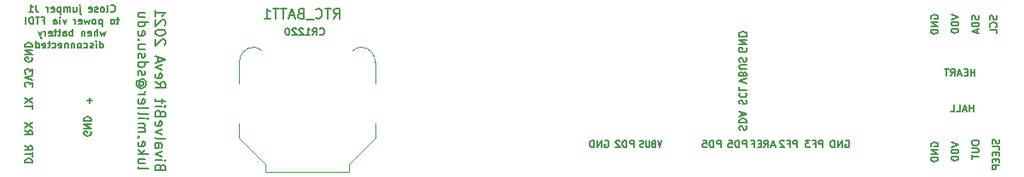
<source format=gbr>
%TF.GenerationSoftware,KiCad,Pcbnew,(5.1.10)-1*%
%TF.CreationDate,2021-07-01T22:03:52-07:00*%
%TF.ProjectId,BivalveBit_RevA,42697661-6c76-4654-9269-745f52657641,A*%
%TF.SameCoordinates,Original*%
%TF.FileFunction,Legend,Bot*%
%TF.FilePolarity,Positive*%
%FSLAX46Y46*%
G04 Gerber Fmt 4.6, Leading zero omitted, Abs format (unit mm)*
G04 Created by KiCad (PCBNEW (5.1.10)-1) date 2021-07-01 22:03:52*
%MOMM*%
%LPD*%
G01*
G04 APERTURE LIST*
%ADD10C,0.127000*%
%ADD11C,0.203200*%
%ADD12C,0.120000*%
%ADD13C,0.150000*%
G04 APERTURE END LIST*
D10*
X174972133Y-133451600D02*
X174938266Y-133350000D01*
X174938266Y-133180666D01*
X174972133Y-133112933D01*
X175006000Y-133079066D01*
X175073733Y-133045200D01*
X175141466Y-133045200D01*
X175209200Y-133079066D01*
X175243066Y-133112933D01*
X175276933Y-133180666D01*
X175310800Y-133316133D01*
X175344666Y-133383866D01*
X175378533Y-133417733D01*
X175446266Y-133451600D01*
X175514000Y-133451600D01*
X175581733Y-133417733D01*
X175615600Y-133383866D01*
X175649466Y-133316133D01*
X175649466Y-133146800D01*
X175615600Y-133045200D01*
X174938266Y-132740400D02*
X175649466Y-132740400D01*
X175649466Y-132571066D01*
X175615600Y-132469466D01*
X175547866Y-132401733D01*
X175480133Y-132367866D01*
X175344666Y-132334000D01*
X175243066Y-132334000D01*
X175107600Y-132367866D01*
X175039866Y-132401733D01*
X174972133Y-132469466D01*
X174938266Y-132571066D01*
X174938266Y-132740400D01*
X175141466Y-132063066D02*
X175141466Y-131724400D01*
X174938266Y-132130800D02*
X175649466Y-131893733D01*
X174938266Y-131656666D01*
X174972133Y-130894666D02*
X174938266Y-130793066D01*
X174938266Y-130623733D01*
X174972133Y-130556000D01*
X175006000Y-130522133D01*
X175073733Y-130488266D01*
X175141466Y-130488266D01*
X175209200Y-130522133D01*
X175243066Y-130556000D01*
X175276933Y-130623733D01*
X175310800Y-130759200D01*
X175344666Y-130826933D01*
X175378533Y-130860800D01*
X175446266Y-130894666D01*
X175514000Y-130894666D01*
X175581733Y-130860800D01*
X175615600Y-130826933D01*
X175649466Y-130759200D01*
X175649466Y-130589866D01*
X175615600Y-130488266D01*
X175006000Y-129777066D02*
X174972133Y-129810933D01*
X174938266Y-129912533D01*
X174938266Y-129980266D01*
X174972133Y-130081866D01*
X175039866Y-130149600D01*
X175107600Y-130183466D01*
X175243066Y-130217333D01*
X175344666Y-130217333D01*
X175480133Y-130183466D01*
X175547866Y-130149600D01*
X175615600Y-130081866D01*
X175649466Y-129980266D01*
X175649466Y-129912533D01*
X175615600Y-129810933D01*
X175581733Y-129777066D01*
X174938266Y-129133600D02*
X174938266Y-129472266D01*
X175649466Y-129472266D01*
X175649466Y-128811866D02*
X174938266Y-128574800D01*
X175649466Y-128337733D01*
X175310800Y-127863600D02*
X175276933Y-127762000D01*
X175243066Y-127728133D01*
X175175333Y-127694266D01*
X175073733Y-127694266D01*
X175006000Y-127728133D01*
X174972133Y-127762000D01*
X174938266Y-127829733D01*
X174938266Y-128100666D01*
X175649466Y-128100666D01*
X175649466Y-127863600D01*
X175615600Y-127795866D01*
X175581733Y-127762000D01*
X175514000Y-127728133D01*
X175446266Y-127728133D01*
X175378533Y-127762000D01*
X175344666Y-127795866D01*
X175310800Y-127863600D01*
X175310800Y-128100666D01*
X175649466Y-127389466D02*
X175073733Y-127389466D01*
X175006000Y-127355600D01*
X174972133Y-127321733D01*
X174938266Y-127254000D01*
X174938266Y-127118533D01*
X174972133Y-127050800D01*
X175006000Y-127016933D01*
X175073733Y-126983066D01*
X175649466Y-126983066D01*
X174972133Y-126678266D02*
X174938266Y-126576666D01*
X174938266Y-126407333D01*
X174972133Y-126339600D01*
X175006000Y-126305733D01*
X175073733Y-126271866D01*
X175141466Y-126271866D01*
X175209200Y-126305733D01*
X175243066Y-126339600D01*
X175276933Y-126407333D01*
X175310800Y-126542800D01*
X175344666Y-126610533D01*
X175378533Y-126644400D01*
X175446266Y-126678266D01*
X175514000Y-126678266D01*
X175581733Y-126644400D01*
X175615600Y-126610533D01*
X175649466Y-126542800D01*
X175649466Y-126373466D01*
X175615600Y-126271866D01*
X175641000Y-125294571D02*
X175677285Y-125367142D01*
X175677285Y-125476000D01*
X175641000Y-125584857D01*
X175568428Y-125657428D01*
X175495857Y-125693714D01*
X175350714Y-125730000D01*
X175241857Y-125730000D01*
X175096714Y-125693714D01*
X175024142Y-125657428D01*
X174951571Y-125584857D01*
X174915285Y-125476000D01*
X174915285Y-125403428D01*
X174951571Y-125294571D01*
X174987857Y-125258285D01*
X175241857Y-125258285D01*
X175241857Y-125403428D01*
X174915285Y-124931714D02*
X175677285Y-124931714D01*
X174915285Y-124496285D01*
X175677285Y-124496285D01*
X174915285Y-124133428D02*
X175677285Y-124133428D01*
X175677285Y-123952000D01*
X175641000Y-123843142D01*
X175568428Y-123770571D01*
X175495857Y-123734285D01*
X175350714Y-123698000D01*
X175241857Y-123698000D01*
X175096714Y-123734285D01*
X175024142Y-123770571D01*
X174951571Y-123843142D01*
X174915285Y-123952000D01*
X174915285Y-124133428D01*
X110591600Y-133637866D02*
X110625466Y-133705600D01*
X110625466Y-133807200D01*
X110591600Y-133908800D01*
X110523866Y-133976533D01*
X110456133Y-134010400D01*
X110320666Y-134044266D01*
X110219066Y-134044266D01*
X110083600Y-134010400D01*
X110015866Y-133976533D01*
X109948133Y-133908800D01*
X109914266Y-133807200D01*
X109914266Y-133739466D01*
X109948133Y-133637866D01*
X109982000Y-133604000D01*
X110219066Y-133604000D01*
X110219066Y-133739466D01*
X109914266Y-133299200D02*
X110625466Y-133299200D01*
X109914266Y-132892800D01*
X110625466Y-132892800D01*
X109914266Y-132554133D02*
X110625466Y-132554133D01*
X110625466Y-132384800D01*
X110591600Y-132283200D01*
X110523866Y-132215466D01*
X110456133Y-132181600D01*
X110320666Y-132147733D01*
X110219066Y-132147733D01*
X110083600Y-132181600D01*
X110015866Y-132215466D01*
X109948133Y-132283200D01*
X109914266Y-132384800D01*
X109914266Y-132554133D01*
X110219066Y-130505200D02*
X110760933Y-130505200D01*
X110490000Y-130234266D02*
X110490000Y-130776133D01*
X104072266Y-133468533D02*
X104410933Y-133705600D01*
X104072266Y-133874933D02*
X104783466Y-133874933D01*
X104783466Y-133604000D01*
X104749600Y-133536266D01*
X104715733Y-133502400D01*
X104648000Y-133468533D01*
X104546400Y-133468533D01*
X104478666Y-133502400D01*
X104444800Y-133536266D01*
X104410933Y-133604000D01*
X104410933Y-133874933D01*
X104783466Y-133231466D02*
X104072266Y-132757333D01*
X104783466Y-132757333D02*
X104072266Y-133231466D01*
X104783466Y-131351866D02*
X104783466Y-130945466D01*
X104072266Y-131148666D02*
X104783466Y-131148666D01*
X104783466Y-130776133D02*
X104072266Y-130302000D01*
X104783466Y-130302000D02*
X104072266Y-130776133D01*
X104749600Y-126271866D02*
X104783466Y-126339600D01*
X104783466Y-126441200D01*
X104749600Y-126542800D01*
X104681866Y-126610533D01*
X104614133Y-126644400D01*
X104478666Y-126678266D01*
X104377066Y-126678266D01*
X104241600Y-126644400D01*
X104173866Y-126610533D01*
X104106133Y-126542800D01*
X104072266Y-126441200D01*
X104072266Y-126373466D01*
X104106133Y-126271866D01*
X104140000Y-126238000D01*
X104377066Y-126238000D01*
X104377066Y-126373466D01*
X104072266Y-125933200D02*
X104783466Y-125933200D01*
X104072266Y-125526800D01*
X104783466Y-125526800D01*
X104072266Y-125188133D02*
X104783466Y-125188133D01*
X104783466Y-125018800D01*
X104749600Y-124917200D01*
X104681866Y-124849466D01*
X104614133Y-124815600D01*
X104478666Y-124781733D01*
X104377066Y-124781733D01*
X104241600Y-124815600D01*
X104173866Y-124849466D01*
X104106133Y-124917200D01*
X104072266Y-125018800D01*
X104072266Y-125188133D01*
X104783466Y-129150533D02*
X104783466Y-128710266D01*
X104512533Y-128947333D01*
X104512533Y-128845733D01*
X104478666Y-128778000D01*
X104444800Y-128744133D01*
X104377066Y-128710266D01*
X104207733Y-128710266D01*
X104140000Y-128744133D01*
X104106133Y-128778000D01*
X104072266Y-128845733D01*
X104072266Y-129048933D01*
X104106133Y-129116666D01*
X104140000Y-129150533D01*
X104783466Y-128507066D02*
X104072266Y-128270000D01*
X104783466Y-128032933D01*
X104783466Y-127863600D02*
X104783466Y-127423333D01*
X104512533Y-127660400D01*
X104512533Y-127558800D01*
X104478666Y-127491066D01*
X104444800Y-127457200D01*
X104377066Y-127423333D01*
X104207733Y-127423333D01*
X104140000Y-127457200D01*
X104106133Y-127491066D01*
X104072266Y-127558800D01*
X104072266Y-127762000D01*
X104106133Y-127829733D01*
X104140000Y-127863600D01*
X104072266Y-136702800D02*
X104783466Y-136702800D01*
X104783466Y-136533466D01*
X104749600Y-136431866D01*
X104681866Y-136364133D01*
X104614133Y-136330266D01*
X104478666Y-136296400D01*
X104377066Y-136296400D01*
X104241600Y-136330266D01*
X104173866Y-136364133D01*
X104106133Y-136431866D01*
X104072266Y-136533466D01*
X104072266Y-136702800D01*
X104783466Y-136093200D02*
X104783466Y-135686800D01*
X104072266Y-135890000D02*
X104783466Y-135890000D01*
X104072266Y-135043333D02*
X104410933Y-135280400D01*
X104072266Y-135449733D02*
X104783466Y-135449733D01*
X104783466Y-135178800D01*
X104749600Y-135111066D01*
X104715733Y-135077200D01*
X104648000Y-135043333D01*
X104546400Y-135043333D01*
X104478666Y-135077200D01*
X104444800Y-135111066D01*
X104410933Y-135178800D01*
X104410933Y-135449733D01*
X112572800Y-121653300D02*
X112606666Y-121687166D01*
X112708266Y-121721033D01*
X112776000Y-121721033D01*
X112877600Y-121687166D01*
X112945333Y-121619433D01*
X112979200Y-121551700D01*
X113013066Y-121416233D01*
X113013066Y-121314633D01*
X112979200Y-121179166D01*
X112945333Y-121111433D01*
X112877600Y-121043700D01*
X112776000Y-121009833D01*
X112708266Y-121009833D01*
X112606666Y-121043700D01*
X112572800Y-121077566D01*
X112166400Y-121721033D02*
X112234133Y-121687166D01*
X112268000Y-121619433D01*
X112268000Y-121009833D01*
X111793866Y-121721033D02*
X111861600Y-121687166D01*
X111895466Y-121653300D01*
X111929333Y-121585566D01*
X111929333Y-121382366D01*
X111895466Y-121314633D01*
X111861600Y-121280766D01*
X111793866Y-121246900D01*
X111692266Y-121246900D01*
X111624533Y-121280766D01*
X111590666Y-121314633D01*
X111556800Y-121382366D01*
X111556800Y-121585566D01*
X111590666Y-121653300D01*
X111624533Y-121687166D01*
X111692266Y-121721033D01*
X111793866Y-121721033D01*
X111285866Y-121687166D02*
X111218133Y-121721033D01*
X111082666Y-121721033D01*
X111014933Y-121687166D01*
X110981066Y-121619433D01*
X110981066Y-121585566D01*
X111014933Y-121517833D01*
X111082666Y-121483966D01*
X111184266Y-121483966D01*
X111252000Y-121450100D01*
X111285866Y-121382366D01*
X111285866Y-121348500D01*
X111252000Y-121280766D01*
X111184266Y-121246900D01*
X111082666Y-121246900D01*
X111014933Y-121280766D01*
X110405333Y-121687166D02*
X110473066Y-121721033D01*
X110608533Y-121721033D01*
X110676266Y-121687166D01*
X110710133Y-121619433D01*
X110710133Y-121348500D01*
X110676266Y-121280766D01*
X110608533Y-121246900D01*
X110473066Y-121246900D01*
X110405333Y-121280766D01*
X110371466Y-121348500D01*
X110371466Y-121416233D01*
X110710133Y-121483966D01*
X109524800Y-121246900D02*
X109524800Y-121856500D01*
X109558666Y-121924233D01*
X109626400Y-121958100D01*
X109660266Y-121958100D01*
X109524800Y-121009833D02*
X109558666Y-121043700D01*
X109524800Y-121077566D01*
X109490933Y-121043700D01*
X109524800Y-121009833D01*
X109524800Y-121077566D01*
X108881333Y-121246900D02*
X108881333Y-121721033D01*
X109186133Y-121246900D02*
X109186133Y-121619433D01*
X109152266Y-121687166D01*
X109084533Y-121721033D01*
X108982933Y-121721033D01*
X108915200Y-121687166D01*
X108881333Y-121653300D01*
X108542666Y-121721033D02*
X108542666Y-121246900D01*
X108542666Y-121314633D02*
X108508800Y-121280766D01*
X108441066Y-121246900D01*
X108339466Y-121246900D01*
X108271733Y-121280766D01*
X108237866Y-121348500D01*
X108237866Y-121721033D01*
X108237866Y-121348500D02*
X108204000Y-121280766D01*
X108136266Y-121246900D01*
X108034666Y-121246900D01*
X107966933Y-121280766D01*
X107933066Y-121348500D01*
X107933066Y-121721033D01*
X107594400Y-121246900D02*
X107594400Y-121958100D01*
X107594400Y-121280766D02*
X107526666Y-121246900D01*
X107391200Y-121246900D01*
X107323466Y-121280766D01*
X107289600Y-121314633D01*
X107255733Y-121382366D01*
X107255733Y-121585566D01*
X107289600Y-121653300D01*
X107323466Y-121687166D01*
X107391200Y-121721033D01*
X107526666Y-121721033D01*
X107594400Y-121687166D01*
X106680000Y-121687166D02*
X106747733Y-121721033D01*
X106883200Y-121721033D01*
X106950933Y-121687166D01*
X106984800Y-121619433D01*
X106984800Y-121348500D01*
X106950933Y-121280766D01*
X106883200Y-121246900D01*
X106747733Y-121246900D01*
X106680000Y-121280766D01*
X106646133Y-121348500D01*
X106646133Y-121416233D01*
X106984800Y-121483966D01*
X106341333Y-121721033D02*
X106341333Y-121246900D01*
X106341333Y-121382366D02*
X106307466Y-121314633D01*
X106273600Y-121280766D01*
X106205866Y-121246900D01*
X106138133Y-121246900D01*
X105156000Y-121009833D02*
X105156000Y-121517833D01*
X105189866Y-121619433D01*
X105257600Y-121687166D01*
X105359200Y-121721033D01*
X105426933Y-121721033D01*
X104444800Y-121721033D02*
X104851200Y-121721033D01*
X104648000Y-121721033D02*
X104648000Y-121009833D01*
X104715733Y-121111433D01*
X104783466Y-121179166D01*
X104851200Y-121213033D01*
X113402533Y-122440700D02*
X113131600Y-122440700D01*
X113300933Y-122203633D02*
X113300933Y-122813233D01*
X113267066Y-122880966D01*
X113199333Y-122914833D01*
X113131600Y-122914833D01*
X112792933Y-122914833D02*
X112860666Y-122880966D01*
X112894533Y-122847100D01*
X112928400Y-122779366D01*
X112928400Y-122576166D01*
X112894533Y-122508433D01*
X112860666Y-122474566D01*
X112792933Y-122440700D01*
X112691333Y-122440700D01*
X112623600Y-122474566D01*
X112589733Y-122508433D01*
X112555866Y-122576166D01*
X112555866Y-122779366D01*
X112589733Y-122847100D01*
X112623600Y-122880966D01*
X112691333Y-122914833D01*
X112792933Y-122914833D01*
X111709200Y-122440700D02*
X111709200Y-123151900D01*
X111709200Y-122474566D02*
X111641466Y-122440700D01*
X111506000Y-122440700D01*
X111438266Y-122474566D01*
X111404400Y-122508433D01*
X111370533Y-122576166D01*
X111370533Y-122779366D01*
X111404400Y-122847100D01*
X111438266Y-122880966D01*
X111506000Y-122914833D01*
X111641466Y-122914833D01*
X111709200Y-122880966D01*
X110964133Y-122914833D02*
X111031866Y-122880966D01*
X111065733Y-122847100D01*
X111099600Y-122779366D01*
X111099600Y-122576166D01*
X111065733Y-122508433D01*
X111031866Y-122474566D01*
X110964133Y-122440700D01*
X110862533Y-122440700D01*
X110794800Y-122474566D01*
X110760933Y-122508433D01*
X110727066Y-122576166D01*
X110727066Y-122779366D01*
X110760933Y-122847100D01*
X110794800Y-122880966D01*
X110862533Y-122914833D01*
X110964133Y-122914833D01*
X110490000Y-122440700D02*
X110354533Y-122914833D01*
X110219066Y-122576166D01*
X110083600Y-122914833D01*
X109948133Y-122440700D01*
X109406266Y-122880966D02*
X109474000Y-122914833D01*
X109609466Y-122914833D01*
X109677200Y-122880966D01*
X109711066Y-122813233D01*
X109711066Y-122542300D01*
X109677200Y-122474566D01*
X109609466Y-122440700D01*
X109474000Y-122440700D01*
X109406266Y-122474566D01*
X109372400Y-122542300D01*
X109372400Y-122610033D01*
X109711066Y-122677766D01*
X109067600Y-122914833D02*
X109067600Y-122440700D01*
X109067600Y-122576166D02*
X109033733Y-122508433D01*
X108999866Y-122474566D01*
X108932133Y-122440700D01*
X108864400Y-122440700D01*
X108153200Y-122440700D02*
X107983866Y-122914833D01*
X107814533Y-122440700D01*
X107543600Y-122914833D02*
X107543600Y-122440700D01*
X107543600Y-122203633D02*
X107577466Y-122237500D01*
X107543600Y-122271366D01*
X107509733Y-122237500D01*
X107543600Y-122203633D01*
X107543600Y-122271366D01*
X106900133Y-122914833D02*
X106900133Y-122542300D01*
X106934000Y-122474566D01*
X107001733Y-122440700D01*
X107137200Y-122440700D01*
X107204933Y-122474566D01*
X106900133Y-122880966D02*
X106967866Y-122914833D01*
X107137200Y-122914833D01*
X107204933Y-122880966D01*
X107238800Y-122813233D01*
X107238800Y-122745500D01*
X107204933Y-122677766D01*
X107137200Y-122643900D01*
X106967866Y-122643900D01*
X106900133Y-122610033D01*
X105782533Y-122542300D02*
X106019600Y-122542300D01*
X106019600Y-122914833D02*
X106019600Y-122203633D01*
X105680933Y-122203633D01*
X105511600Y-122203633D02*
X105105200Y-122203633D01*
X105308400Y-122914833D02*
X105308400Y-122203633D01*
X104868133Y-122914833D02*
X104868133Y-122203633D01*
X104698800Y-122203633D01*
X104597200Y-122237500D01*
X104529466Y-122305233D01*
X104495600Y-122372966D01*
X104461733Y-122508433D01*
X104461733Y-122610033D01*
X104495600Y-122745500D01*
X104529466Y-122813233D01*
X104597200Y-122880966D01*
X104698800Y-122914833D01*
X104868133Y-122914833D01*
X104156933Y-122914833D02*
X104156933Y-122203633D01*
X112064800Y-123634500D02*
X111929333Y-124108633D01*
X111793866Y-123769966D01*
X111658400Y-124108633D01*
X111522933Y-123634500D01*
X111252000Y-124108633D02*
X111252000Y-123397433D01*
X110947200Y-124108633D02*
X110947200Y-123736100D01*
X110981066Y-123668366D01*
X111048800Y-123634500D01*
X111150400Y-123634500D01*
X111218133Y-123668366D01*
X111252000Y-123702233D01*
X110337600Y-124074766D02*
X110405333Y-124108633D01*
X110540800Y-124108633D01*
X110608533Y-124074766D01*
X110642400Y-124007033D01*
X110642400Y-123736100D01*
X110608533Y-123668366D01*
X110540800Y-123634500D01*
X110405333Y-123634500D01*
X110337600Y-123668366D01*
X110303733Y-123736100D01*
X110303733Y-123803833D01*
X110642400Y-123871566D01*
X109998933Y-123634500D02*
X109998933Y-124108633D01*
X109998933Y-123702233D02*
X109965066Y-123668366D01*
X109897333Y-123634500D01*
X109795733Y-123634500D01*
X109728000Y-123668366D01*
X109694133Y-123736100D01*
X109694133Y-124108633D01*
X108813600Y-124108633D02*
X108813600Y-123397433D01*
X108813600Y-123668366D02*
X108745866Y-123634500D01*
X108610400Y-123634500D01*
X108542666Y-123668366D01*
X108508800Y-123702233D01*
X108474933Y-123769966D01*
X108474933Y-123973166D01*
X108508800Y-124040900D01*
X108542666Y-124074766D01*
X108610400Y-124108633D01*
X108745866Y-124108633D01*
X108813600Y-124074766D01*
X107865333Y-124108633D02*
X107865333Y-123736100D01*
X107899200Y-123668366D01*
X107966933Y-123634500D01*
X108102400Y-123634500D01*
X108170133Y-123668366D01*
X107865333Y-124074766D02*
X107933066Y-124108633D01*
X108102400Y-124108633D01*
X108170133Y-124074766D01*
X108204000Y-124007033D01*
X108204000Y-123939300D01*
X108170133Y-123871566D01*
X108102400Y-123837700D01*
X107933066Y-123837700D01*
X107865333Y-123803833D01*
X107628266Y-123634500D02*
X107357333Y-123634500D01*
X107526666Y-123397433D02*
X107526666Y-124007033D01*
X107492800Y-124074766D01*
X107425066Y-124108633D01*
X107357333Y-124108633D01*
X107221866Y-123634500D02*
X106950933Y-123634500D01*
X107120266Y-123397433D02*
X107120266Y-124007033D01*
X107086400Y-124074766D01*
X107018666Y-124108633D01*
X106950933Y-124108633D01*
X106442933Y-124074766D02*
X106510666Y-124108633D01*
X106646133Y-124108633D01*
X106713866Y-124074766D01*
X106747733Y-124007033D01*
X106747733Y-123736100D01*
X106713866Y-123668366D01*
X106646133Y-123634500D01*
X106510666Y-123634500D01*
X106442933Y-123668366D01*
X106409066Y-123736100D01*
X106409066Y-123803833D01*
X106747733Y-123871566D01*
X106104266Y-124108633D02*
X106104266Y-123634500D01*
X106104266Y-123769966D02*
X106070400Y-123702233D01*
X106036533Y-123668366D01*
X105968800Y-123634500D01*
X105901066Y-123634500D01*
X105731733Y-123634500D02*
X105562400Y-124108633D01*
X105393066Y-123634500D02*
X105562400Y-124108633D01*
X105630133Y-124277966D01*
X105664000Y-124311833D01*
X105731733Y-124345700D01*
X111472133Y-125302433D02*
X111472133Y-124591233D01*
X111472133Y-125268566D02*
X111539866Y-125302433D01*
X111675333Y-125302433D01*
X111743066Y-125268566D01*
X111776933Y-125234700D01*
X111810800Y-125166966D01*
X111810800Y-124963766D01*
X111776933Y-124896033D01*
X111743066Y-124862166D01*
X111675333Y-124828300D01*
X111539866Y-124828300D01*
X111472133Y-124862166D01*
X111133466Y-125302433D02*
X111133466Y-124828300D01*
X111133466Y-124591233D02*
X111167333Y-124625100D01*
X111133466Y-124658966D01*
X111099600Y-124625100D01*
X111133466Y-124591233D01*
X111133466Y-124658966D01*
X110828666Y-125268566D02*
X110760933Y-125302433D01*
X110625466Y-125302433D01*
X110557733Y-125268566D01*
X110523866Y-125200833D01*
X110523866Y-125166966D01*
X110557733Y-125099233D01*
X110625466Y-125065366D01*
X110727066Y-125065366D01*
X110794800Y-125031500D01*
X110828666Y-124963766D01*
X110828666Y-124929900D01*
X110794800Y-124862166D01*
X110727066Y-124828300D01*
X110625466Y-124828300D01*
X110557733Y-124862166D01*
X109914266Y-125268566D02*
X109982000Y-125302433D01*
X110117466Y-125302433D01*
X110185200Y-125268566D01*
X110219066Y-125234700D01*
X110252933Y-125166966D01*
X110252933Y-124963766D01*
X110219066Y-124896033D01*
X110185200Y-124862166D01*
X110117466Y-124828300D01*
X109982000Y-124828300D01*
X109914266Y-124862166D01*
X109507866Y-125302433D02*
X109575600Y-125268566D01*
X109609466Y-125234700D01*
X109643333Y-125166966D01*
X109643333Y-124963766D01*
X109609466Y-124896033D01*
X109575600Y-124862166D01*
X109507866Y-124828300D01*
X109406266Y-124828300D01*
X109338533Y-124862166D01*
X109304666Y-124896033D01*
X109270800Y-124963766D01*
X109270800Y-125166966D01*
X109304666Y-125234700D01*
X109338533Y-125268566D01*
X109406266Y-125302433D01*
X109507866Y-125302433D01*
X108966000Y-124828300D02*
X108966000Y-125302433D01*
X108966000Y-124896033D02*
X108932133Y-124862166D01*
X108864400Y-124828300D01*
X108762800Y-124828300D01*
X108695066Y-124862166D01*
X108661200Y-124929900D01*
X108661200Y-125302433D01*
X108322533Y-124828300D02*
X108322533Y-125302433D01*
X108322533Y-124896033D02*
X108288666Y-124862166D01*
X108220933Y-124828300D01*
X108119333Y-124828300D01*
X108051600Y-124862166D01*
X108017733Y-124929900D01*
X108017733Y-125302433D01*
X107408133Y-125268566D02*
X107475866Y-125302433D01*
X107611333Y-125302433D01*
X107679066Y-125268566D01*
X107712933Y-125200833D01*
X107712933Y-124929900D01*
X107679066Y-124862166D01*
X107611333Y-124828300D01*
X107475866Y-124828300D01*
X107408133Y-124862166D01*
X107374266Y-124929900D01*
X107374266Y-124997633D01*
X107712933Y-125065366D01*
X106764666Y-125268566D02*
X106832400Y-125302433D01*
X106967866Y-125302433D01*
X107035600Y-125268566D01*
X107069466Y-125234700D01*
X107103333Y-125166966D01*
X107103333Y-124963766D01*
X107069466Y-124896033D01*
X107035600Y-124862166D01*
X106967866Y-124828300D01*
X106832400Y-124828300D01*
X106764666Y-124862166D01*
X106561466Y-124828300D02*
X106290533Y-124828300D01*
X106459866Y-124591233D02*
X106459866Y-125200833D01*
X106426000Y-125268566D01*
X106358266Y-125302433D01*
X106290533Y-125302433D01*
X105782533Y-125268566D02*
X105850266Y-125302433D01*
X105985733Y-125302433D01*
X106053466Y-125268566D01*
X106087333Y-125200833D01*
X106087333Y-124929900D01*
X106053466Y-124862166D01*
X105985733Y-124828300D01*
X105850266Y-124828300D01*
X105782533Y-124862166D01*
X105748666Y-124929900D01*
X105748666Y-124997633D01*
X106087333Y-125065366D01*
X105139066Y-125302433D02*
X105139066Y-124591233D01*
X105139066Y-125268566D02*
X105206800Y-125302433D01*
X105342266Y-125302433D01*
X105410000Y-125268566D01*
X105443866Y-125234700D01*
X105477733Y-125166966D01*
X105477733Y-124963766D01*
X105443866Y-124896033D01*
X105410000Y-124862166D01*
X105342266Y-124828300D01*
X105206800Y-124828300D01*
X105139066Y-124862166D01*
X198187733Y-131639733D02*
X198187733Y-130928533D01*
X198187733Y-131267200D02*
X197781333Y-131267200D01*
X197781333Y-131639733D02*
X197781333Y-130928533D01*
X197476533Y-131436533D02*
X197137866Y-131436533D01*
X197544266Y-131639733D02*
X197307200Y-130928533D01*
X197070133Y-131639733D01*
X196494400Y-131639733D02*
X196833066Y-131639733D01*
X196833066Y-130928533D01*
X195918666Y-131639733D02*
X196257333Y-131639733D01*
X196257333Y-130928533D01*
X198306266Y-128083733D02*
X198306266Y-127372533D01*
X198306266Y-127711200D02*
X197899866Y-127711200D01*
X197899866Y-128083733D02*
X197899866Y-127372533D01*
X197561200Y-127711200D02*
X197324133Y-127711200D01*
X197222533Y-128083733D02*
X197561200Y-128083733D01*
X197561200Y-127372533D01*
X197222533Y-127372533D01*
X196951600Y-127880533D02*
X196612933Y-127880533D01*
X197019333Y-128083733D02*
X196782266Y-127372533D01*
X196545200Y-128083733D01*
X195901733Y-128083733D02*
X196138800Y-127745066D01*
X196308133Y-128083733D02*
X196308133Y-127372533D01*
X196037200Y-127372533D01*
X195969466Y-127406400D01*
X195935600Y-127440266D01*
X195901733Y-127508000D01*
X195901733Y-127609600D01*
X195935600Y-127677333D01*
X195969466Y-127711200D01*
X196037200Y-127745066D01*
X196308133Y-127745066D01*
X195698533Y-127372533D02*
X195292133Y-127372533D01*
X195495333Y-128083733D02*
X195495333Y-127372533D01*
X200439866Y-122089333D02*
X200473733Y-122190933D01*
X200473733Y-122360266D01*
X200439866Y-122428000D01*
X200406000Y-122461866D01*
X200338266Y-122495733D01*
X200270533Y-122495733D01*
X200202800Y-122461866D01*
X200168933Y-122428000D01*
X200135066Y-122360266D01*
X200101200Y-122224800D01*
X200067333Y-122157066D01*
X200033466Y-122123200D01*
X199965733Y-122089333D01*
X199898000Y-122089333D01*
X199830266Y-122123200D01*
X199796400Y-122157066D01*
X199762533Y-122224800D01*
X199762533Y-122394133D01*
X199796400Y-122495733D01*
X200406000Y-123206933D02*
X200439866Y-123173066D01*
X200473733Y-123071466D01*
X200473733Y-123003733D01*
X200439866Y-122902133D01*
X200372133Y-122834400D01*
X200304400Y-122800533D01*
X200168933Y-122766666D01*
X200067333Y-122766666D01*
X199931866Y-122800533D01*
X199864133Y-122834400D01*
X199796400Y-122902133D01*
X199762533Y-123003733D01*
X199762533Y-123071466D01*
X199796400Y-123173066D01*
X199830266Y-123206933D01*
X200473733Y-123850400D02*
X200473733Y-123511733D01*
X199762533Y-123511733D01*
X198661866Y-122072400D02*
X198695733Y-122174000D01*
X198695733Y-122343333D01*
X198661866Y-122411066D01*
X198628000Y-122444933D01*
X198560266Y-122478800D01*
X198492533Y-122478800D01*
X198424800Y-122444933D01*
X198390933Y-122411066D01*
X198357066Y-122343333D01*
X198323200Y-122207866D01*
X198289333Y-122140133D01*
X198255466Y-122106266D01*
X198187733Y-122072400D01*
X198120000Y-122072400D01*
X198052266Y-122106266D01*
X198018400Y-122140133D01*
X197984533Y-122207866D01*
X197984533Y-122377200D01*
X198018400Y-122478800D01*
X198695733Y-122783600D02*
X197984533Y-122783600D01*
X197984533Y-122952933D01*
X198018400Y-123054533D01*
X198086133Y-123122266D01*
X198153866Y-123156133D01*
X198289333Y-123190000D01*
X198390933Y-123190000D01*
X198526400Y-123156133D01*
X198594133Y-123122266D01*
X198661866Y-123054533D01*
X198695733Y-122952933D01*
X198695733Y-122783600D01*
X198492533Y-123460933D02*
X198492533Y-123799600D01*
X198695733Y-123393200D02*
X197984533Y-123630266D01*
X198695733Y-123867333D01*
X195952533Y-121987733D02*
X196663733Y-122224800D01*
X195952533Y-122461866D01*
X196663733Y-122698933D02*
X195952533Y-122698933D01*
X195952533Y-122868266D01*
X195986400Y-122969866D01*
X196054133Y-123037600D01*
X196121866Y-123071466D01*
X196257333Y-123105333D01*
X196358933Y-123105333D01*
X196494400Y-123071466D01*
X196562133Y-123037600D01*
X196629866Y-122969866D01*
X196663733Y-122868266D01*
X196663733Y-122698933D01*
X196663733Y-123410133D02*
X195952533Y-123410133D01*
X195952533Y-123579466D01*
X195986400Y-123681066D01*
X196054133Y-123748800D01*
X196121866Y-123782666D01*
X196257333Y-123816533D01*
X196358933Y-123816533D01*
X196494400Y-123782666D01*
X196562133Y-123748800D01*
X196629866Y-123681066D01*
X196663733Y-123579466D01*
X196663733Y-123410133D01*
X193954400Y-122394133D02*
X193920533Y-122326400D01*
X193920533Y-122224800D01*
X193954400Y-122123200D01*
X194022133Y-122055466D01*
X194089866Y-122021600D01*
X194225333Y-121987733D01*
X194326933Y-121987733D01*
X194462400Y-122021600D01*
X194530133Y-122055466D01*
X194597866Y-122123200D01*
X194631733Y-122224800D01*
X194631733Y-122292533D01*
X194597866Y-122394133D01*
X194564000Y-122428000D01*
X194326933Y-122428000D01*
X194326933Y-122292533D01*
X194631733Y-122732800D02*
X193920533Y-122732800D01*
X194631733Y-123139200D01*
X193920533Y-123139200D01*
X194631733Y-123477866D02*
X193920533Y-123477866D01*
X193920533Y-123647200D01*
X193954400Y-123748800D01*
X194022133Y-123816533D01*
X194089866Y-123850400D01*
X194225333Y-123884266D01*
X194326933Y-123884266D01*
X194462400Y-123850400D01*
X194530133Y-123816533D01*
X194597866Y-123748800D01*
X194631733Y-123647200D01*
X194631733Y-123477866D01*
X193954400Y-135094133D02*
X193920533Y-135026400D01*
X193920533Y-134924800D01*
X193954400Y-134823200D01*
X194022133Y-134755466D01*
X194089866Y-134721600D01*
X194225333Y-134687733D01*
X194326933Y-134687733D01*
X194462400Y-134721600D01*
X194530133Y-134755466D01*
X194597866Y-134823200D01*
X194631733Y-134924800D01*
X194631733Y-134992533D01*
X194597866Y-135094133D01*
X194564000Y-135128000D01*
X194326933Y-135128000D01*
X194326933Y-134992533D01*
X194631733Y-135432800D02*
X193920533Y-135432800D01*
X194631733Y-135839200D01*
X193920533Y-135839200D01*
X194631733Y-136177866D02*
X193920533Y-136177866D01*
X193920533Y-136347200D01*
X193954400Y-136448800D01*
X194022133Y-136516533D01*
X194089866Y-136550400D01*
X194225333Y-136584266D01*
X194326933Y-136584266D01*
X194462400Y-136550400D01*
X194530133Y-136516533D01*
X194597866Y-136448800D01*
X194631733Y-136347200D01*
X194631733Y-136177866D01*
X195952533Y-134687733D02*
X196663733Y-134924800D01*
X195952533Y-135161866D01*
X196663733Y-135398933D02*
X195952533Y-135398933D01*
X195952533Y-135568266D01*
X195986400Y-135669866D01*
X196054133Y-135737600D01*
X196121866Y-135771466D01*
X196257333Y-135805333D01*
X196358933Y-135805333D01*
X196494400Y-135771466D01*
X196562133Y-135737600D01*
X196629866Y-135669866D01*
X196663733Y-135568266D01*
X196663733Y-135398933D01*
X196663733Y-136110133D02*
X195952533Y-136110133D01*
X195952533Y-136279466D01*
X195986400Y-136381066D01*
X196054133Y-136448800D01*
X196121866Y-136482666D01*
X196257333Y-136516533D01*
X196358933Y-136516533D01*
X196494400Y-136482666D01*
X196562133Y-136448800D01*
X196629866Y-136381066D01*
X196663733Y-136279466D01*
X196663733Y-136110133D01*
X200693866Y-134399866D02*
X200727733Y-134501466D01*
X200727733Y-134670800D01*
X200693866Y-134738533D01*
X200660000Y-134772400D01*
X200592266Y-134806266D01*
X200524533Y-134806266D01*
X200456800Y-134772400D01*
X200422933Y-134738533D01*
X200389066Y-134670800D01*
X200355200Y-134535333D01*
X200321333Y-134467600D01*
X200287466Y-134433733D01*
X200219733Y-134399866D01*
X200152000Y-134399866D01*
X200084266Y-134433733D01*
X200050400Y-134467600D01*
X200016533Y-134535333D01*
X200016533Y-134704666D01*
X200050400Y-134806266D01*
X200727733Y-135449733D02*
X200727733Y-135111066D01*
X200016533Y-135111066D01*
X200355200Y-135686800D02*
X200355200Y-135923866D01*
X200727733Y-136025466D02*
X200727733Y-135686800D01*
X200016533Y-135686800D01*
X200016533Y-136025466D01*
X200355200Y-136330266D02*
X200355200Y-136567333D01*
X200727733Y-136668933D02*
X200727733Y-136330266D01*
X200016533Y-136330266D01*
X200016533Y-136668933D01*
X200727733Y-136973733D02*
X200016533Y-136973733D01*
X200016533Y-137244666D01*
X200050400Y-137312400D01*
X200084266Y-137346266D01*
X200152000Y-137380133D01*
X200253600Y-137380133D01*
X200321333Y-137346266D01*
X200355200Y-137312400D01*
X200389066Y-137244666D01*
X200389066Y-136973733D01*
X197984533Y-134670800D02*
X197984533Y-134806266D01*
X198018400Y-134874000D01*
X198086133Y-134941733D01*
X198221600Y-134975600D01*
X198458666Y-134975600D01*
X198594133Y-134941733D01*
X198661866Y-134874000D01*
X198695733Y-134806266D01*
X198695733Y-134670800D01*
X198661866Y-134603066D01*
X198594133Y-134535333D01*
X198458666Y-134501466D01*
X198221600Y-134501466D01*
X198086133Y-134535333D01*
X198018400Y-134603066D01*
X197984533Y-134670800D01*
X197984533Y-135280400D02*
X198560266Y-135280400D01*
X198628000Y-135314266D01*
X198661866Y-135348133D01*
X198695733Y-135415866D01*
X198695733Y-135551333D01*
X198661866Y-135619066D01*
X198628000Y-135652933D01*
X198560266Y-135686800D01*
X197984533Y-135686800D01*
X197984533Y-135923866D02*
X197984533Y-136330266D01*
X198695733Y-136127066D02*
X197984533Y-136127066D01*
X173092533Y-135195733D02*
X173092533Y-134484533D01*
X172821600Y-134484533D01*
X172753866Y-134518400D01*
X172720000Y-134552266D01*
X172686133Y-134620000D01*
X172686133Y-134721600D01*
X172720000Y-134789333D01*
X172753866Y-134823200D01*
X172821600Y-134857066D01*
X173092533Y-134857066D01*
X172381333Y-135195733D02*
X172381333Y-134484533D01*
X172212000Y-134484533D01*
X172110400Y-134518400D01*
X172042666Y-134586133D01*
X172008800Y-134653866D01*
X171974933Y-134789333D01*
X171974933Y-134890933D01*
X172008800Y-135026400D01*
X172042666Y-135094133D01*
X172110400Y-135161866D01*
X172212000Y-135195733D01*
X172381333Y-135195733D01*
X171331466Y-134484533D02*
X171670133Y-134484533D01*
X171704000Y-134823200D01*
X171670133Y-134789333D01*
X171602400Y-134755466D01*
X171433066Y-134755466D01*
X171365333Y-134789333D01*
X171331466Y-134823200D01*
X171297600Y-134890933D01*
X171297600Y-135060266D01*
X171331466Y-135128000D01*
X171365333Y-135161866D01*
X171433066Y-135195733D01*
X171602400Y-135195733D01*
X171670133Y-135161866D01*
X171704000Y-135128000D01*
X175632533Y-135195733D02*
X175632533Y-134484533D01*
X175361600Y-134484533D01*
X175293866Y-134518400D01*
X175260000Y-134552266D01*
X175226133Y-134620000D01*
X175226133Y-134721600D01*
X175260000Y-134789333D01*
X175293866Y-134823200D01*
X175361600Y-134857066D01*
X175632533Y-134857066D01*
X174921333Y-135195733D02*
X174921333Y-134484533D01*
X174752000Y-134484533D01*
X174650400Y-134518400D01*
X174582666Y-134586133D01*
X174548800Y-134653866D01*
X174514933Y-134789333D01*
X174514933Y-134890933D01*
X174548800Y-135026400D01*
X174582666Y-135094133D01*
X174650400Y-135161866D01*
X174752000Y-135195733D01*
X174921333Y-135195733D01*
X173871466Y-134484533D02*
X174210133Y-134484533D01*
X174244000Y-134823200D01*
X174210133Y-134789333D01*
X174142400Y-134755466D01*
X173973066Y-134755466D01*
X173905333Y-134789333D01*
X173871466Y-134823200D01*
X173837600Y-134890933D01*
X173837600Y-135060266D01*
X173871466Y-135128000D01*
X173905333Y-135161866D01*
X173973066Y-135195733D01*
X174142400Y-135195733D01*
X174210133Y-135161866D01*
X174244000Y-135128000D01*
X178443466Y-134992533D02*
X178104800Y-134992533D01*
X178511200Y-135195733D02*
X178274133Y-134484533D01*
X178037066Y-135195733D01*
X177393600Y-135195733D02*
X177630666Y-134857066D01*
X177800000Y-135195733D02*
X177800000Y-134484533D01*
X177529066Y-134484533D01*
X177461333Y-134518400D01*
X177427466Y-134552266D01*
X177393600Y-134620000D01*
X177393600Y-134721600D01*
X177427466Y-134789333D01*
X177461333Y-134823200D01*
X177529066Y-134857066D01*
X177800000Y-134857066D01*
X177088800Y-134823200D02*
X176851733Y-134823200D01*
X176750133Y-135195733D02*
X177088800Y-135195733D01*
X177088800Y-134484533D01*
X176750133Y-134484533D01*
X176208266Y-134823200D02*
X176445333Y-134823200D01*
X176445333Y-135195733D02*
X176445333Y-134484533D01*
X176106666Y-134484533D01*
X180661733Y-135195733D02*
X180661733Y-134484533D01*
X180390800Y-134484533D01*
X180323066Y-134518400D01*
X180289200Y-134552266D01*
X180255333Y-134620000D01*
X180255333Y-134721600D01*
X180289200Y-134789333D01*
X180323066Y-134823200D01*
X180390800Y-134857066D01*
X180661733Y-134857066D01*
X179713466Y-134823200D02*
X179950533Y-134823200D01*
X179950533Y-135195733D02*
X179950533Y-134484533D01*
X179611866Y-134484533D01*
X179374800Y-134552266D02*
X179340933Y-134518400D01*
X179273200Y-134484533D01*
X179103866Y-134484533D01*
X179036133Y-134518400D01*
X179002266Y-134552266D01*
X178968400Y-134620000D01*
X178968400Y-134687733D01*
X179002266Y-134789333D01*
X179408666Y-135195733D01*
X178968400Y-135195733D01*
X183201733Y-135195733D02*
X183201733Y-134484533D01*
X182930800Y-134484533D01*
X182863066Y-134518400D01*
X182829200Y-134552266D01*
X182795333Y-134620000D01*
X182795333Y-134721600D01*
X182829200Y-134789333D01*
X182863066Y-134823200D01*
X182930800Y-134857066D01*
X183201733Y-134857066D01*
X182253466Y-134823200D02*
X182490533Y-134823200D01*
X182490533Y-135195733D02*
X182490533Y-134484533D01*
X182151866Y-134484533D01*
X181948666Y-134484533D02*
X181508400Y-134484533D01*
X181745466Y-134755466D01*
X181643866Y-134755466D01*
X181576133Y-134789333D01*
X181542266Y-134823200D01*
X181508400Y-134890933D01*
X181508400Y-135060266D01*
X181542266Y-135128000D01*
X181576133Y-135161866D01*
X181643866Y-135195733D01*
X181847066Y-135195733D01*
X181914800Y-135161866D01*
X181948666Y-135128000D01*
X185453866Y-134518400D02*
X185521600Y-134484533D01*
X185623200Y-134484533D01*
X185724800Y-134518400D01*
X185792533Y-134586133D01*
X185826400Y-134653866D01*
X185860266Y-134789333D01*
X185860266Y-134890933D01*
X185826400Y-135026400D01*
X185792533Y-135094133D01*
X185724800Y-135161866D01*
X185623200Y-135195733D01*
X185555466Y-135195733D01*
X185453866Y-135161866D01*
X185420000Y-135128000D01*
X185420000Y-134890933D01*
X185555466Y-134890933D01*
X185115200Y-135195733D02*
X185115200Y-134484533D01*
X184708800Y-135195733D01*
X184708800Y-134484533D01*
X184370133Y-135195733D02*
X184370133Y-134484533D01*
X184200800Y-134484533D01*
X184099200Y-134518400D01*
X184031466Y-134586133D01*
X183997600Y-134653866D01*
X183963733Y-134789333D01*
X183963733Y-134890933D01*
X183997600Y-135026400D01*
X184031466Y-135094133D01*
X184099200Y-135161866D01*
X184200800Y-135195733D01*
X184370133Y-135195733D01*
X161577866Y-134518400D02*
X161645600Y-134484533D01*
X161747200Y-134484533D01*
X161848800Y-134518400D01*
X161916533Y-134586133D01*
X161950400Y-134653866D01*
X161984266Y-134789333D01*
X161984266Y-134890933D01*
X161950400Y-135026400D01*
X161916533Y-135094133D01*
X161848800Y-135161866D01*
X161747200Y-135195733D01*
X161679466Y-135195733D01*
X161577866Y-135161866D01*
X161544000Y-135128000D01*
X161544000Y-134890933D01*
X161679466Y-134890933D01*
X161239200Y-135195733D02*
X161239200Y-134484533D01*
X160832800Y-135195733D01*
X160832800Y-134484533D01*
X160494133Y-135195733D02*
X160494133Y-134484533D01*
X160324800Y-134484533D01*
X160223200Y-134518400D01*
X160155466Y-134586133D01*
X160121600Y-134653866D01*
X160087733Y-134789333D01*
X160087733Y-134890933D01*
X160121600Y-135026400D01*
X160155466Y-135094133D01*
X160223200Y-135161866D01*
X160324800Y-135195733D01*
X160494133Y-135195733D01*
X167233600Y-134540171D02*
X167030400Y-135149771D01*
X166827200Y-134540171D01*
X166420800Y-134830457D02*
X166333714Y-134859485D01*
X166304685Y-134888514D01*
X166275657Y-134946571D01*
X166275657Y-135033657D01*
X166304685Y-135091714D01*
X166333714Y-135120742D01*
X166391771Y-135149771D01*
X166624000Y-135149771D01*
X166624000Y-134540171D01*
X166420800Y-134540171D01*
X166362742Y-134569200D01*
X166333714Y-134598228D01*
X166304685Y-134656285D01*
X166304685Y-134714342D01*
X166333714Y-134772400D01*
X166362742Y-134801428D01*
X166420800Y-134830457D01*
X166624000Y-134830457D01*
X166014400Y-134540171D02*
X166014400Y-135033657D01*
X165985371Y-135091714D01*
X165956342Y-135120742D01*
X165898285Y-135149771D01*
X165782171Y-135149771D01*
X165724114Y-135120742D01*
X165695085Y-135091714D01*
X165666057Y-135033657D01*
X165666057Y-134540171D01*
X165404800Y-135120742D02*
X165317714Y-135149771D01*
X165172571Y-135149771D01*
X165114514Y-135120742D01*
X165085485Y-135091714D01*
X165056457Y-135033657D01*
X165056457Y-134975600D01*
X165085485Y-134917542D01*
X165114514Y-134888514D01*
X165172571Y-134859485D01*
X165288685Y-134830457D01*
X165346742Y-134801428D01*
X165375771Y-134772400D01*
X165404800Y-134714342D01*
X165404800Y-134656285D01*
X165375771Y-134598228D01*
X165346742Y-134569200D01*
X165288685Y-134540171D01*
X165143542Y-134540171D01*
X165056457Y-134569200D01*
X164456533Y-135195733D02*
X164456533Y-134484533D01*
X164185600Y-134484533D01*
X164117866Y-134518400D01*
X164084000Y-134552266D01*
X164050133Y-134620000D01*
X164050133Y-134721600D01*
X164084000Y-134789333D01*
X164117866Y-134823200D01*
X164185600Y-134857066D01*
X164456533Y-134857066D01*
X163745333Y-135195733D02*
X163745333Y-134484533D01*
X163576000Y-134484533D01*
X163474400Y-134518400D01*
X163406666Y-134586133D01*
X163372800Y-134653866D01*
X163338933Y-134789333D01*
X163338933Y-134890933D01*
X163372800Y-135026400D01*
X163406666Y-135094133D01*
X163474400Y-135161866D01*
X163576000Y-135195733D01*
X163745333Y-135195733D01*
X163068000Y-134552266D02*
X163034133Y-134518400D01*
X162966400Y-134484533D01*
X162797066Y-134484533D01*
X162729333Y-134518400D01*
X162695466Y-134552266D01*
X162661600Y-134620000D01*
X162661600Y-134687733D01*
X162695466Y-134789333D01*
X163101866Y-135195733D01*
X162661600Y-135195733D01*
X133316133Y-123952000D02*
X133350000Y-123985866D01*
X133451600Y-124019733D01*
X133519333Y-124019733D01*
X133620933Y-123985866D01*
X133688666Y-123918133D01*
X133722533Y-123850400D01*
X133756400Y-123714933D01*
X133756400Y-123613333D01*
X133722533Y-123477866D01*
X133688666Y-123410133D01*
X133620933Y-123342400D01*
X133519333Y-123308533D01*
X133451600Y-123308533D01*
X133350000Y-123342400D01*
X133316133Y-123376266D01*
X132604933Y-124019733D02*
X132842000Y-123681066D01*
X133011333Y-124019733D02*
X133011333Y-123308533D01*
X132740400Y-123308533D01*
X132672666Y-123342400D01*
X132638800Y-123376266D01*
X132604933Y-123444000D01*
X132604933Y-123545600D01*
X132638800Y-123613333D01*
X132672666Y-123647200D01*
X132740400Y-123681066D01*
X133011333Y-123681066D01*
X131927600Y-124019733D02*
X132334000Y-124019733D01*
X132130800Y-124019733D02*
X132130800Y-123308533D01*
X132198533Y-123410133D01*
X132266266Y-123477866D01*
X132334000Y-123511733D01*
X131656666Y-123376266D02*
X131622800Y-123342400D01*
X131555066Y-123308533D01*
X131385733Y-123308533D01*
X131318000Y-123342400D01*
X131284133Y-123376266D01*
X131250266Y-123444000D01*
X131250266Y-123511733D01*
X131284133Y-123613333D01*
X131690533Y-124019733D01*
X131250266Y-124019733D01*
X130979333Y-123376266D02*
X130945466Y-123342400D01*
X130877733Y-123308533D01*
X130708400Y-123308533D01*
X130640666Y-123342400D01*
X130606800Y-123376266D01*
X130572933Y-123444000D01*
X130572933Y-123511733D01*
X130606800Y-123613333D01*
X131013200Y-124019733D01*
X130572933Y-124019733D01*
X130132666Y-123308533D02*
X130064933Y-123308533D01*
X129997200Y-123342400D01*
X129963333Y-123376266D01*
X129929466Y-123444000D01*
X129895600Y-123579466D01*
X129895600Y-123748800D01*
X129929466Y-123884266D01*
X129963333Y-123952000D01*
X129997200Y-123985866D01*
X130064933Y-124019733D01*
X130132666Y-124019733D01*
X130200400Y-123985866D01*
X130234266Y-123952000D01*
X130268133Y-123884266D01*
X130302000Y-123748800D01*
X130302000Y-123579466D01*
X130268133Y-123444000D01*
X130234266Y-123376266D01*
X130200400Y-123342400D01*
X130132666Y-123308533D01*
D11*
X117522171Y-137160000D02*
X117473790Y-137014857D01*
X117425409Y-136966476D01*
X117328647Y-136918095D01*
X117183504Y-136918095D01*
X117086742Y-136966476D01*
X117038361Y-137014857D01*
X116989980Y-137111619D01*
X116989980Y-137498666D01*
X118005980Y-137498666D01*
X118005980Y-137160000D01*
X117957600Y-137063238D01*
X117909219Y-137014857D01*
X117812457Y-136966476D01*
X117715695Y-136966476D01*
X117618933Y-137014857D01*
X117570552Y-137063238D01*
X117522171Y-137160000D01*
X117522171Y-137498666D01*
X116989980Y-136482666D02*
X117667314Y-136482666D01*
X118005980Y-136482666D02*
X117957600Y-136531047D01*
X117909219Y-136482666D01*
X117957600Y-136434285D01*
X118005980Y-136482666D01*
X117909219Y-136482666D01*
X117667314Y-136095619D02*
X116989980Y-135853714D01*
X117667314Y-135611809D01*
X116989980Y-134789333D02*
X117522171Y-134789333D01*
X117618933Y-134837714D01*
X117667314Y-134934476D01*
X117667314Y-135128000D01*
X117618933Y-135224761D01*
X117038361Y-134789333D02*
X116989980Y-134886095D01*
X116989980Y-135128000D01*
X117038361Y-135224761D01*
X117135123Y-135273142D01*
X117231885Y-135273142D01*
X117328647Y-135224761D01*
X117377028Y-135128000D01*
X117377028Y-134886095D01*
X117425409Y-134789333D01*
X116989980Y-134160380D02*
X117038361Y-134257142D01*
X117135123Y-134305523D01*
X118005980Y-134305523D01*
X117667314Y-133870095D02*
X116989980Y-133628190D01*
X117667314Y-133386285D01*
X117038361Y-132612190D02*
X116989980Y-132708952D01*
X116989980Y-132902476D01*
X117038361Y-132999238D01*
X117135123Y-133047619D01*
X117522171Y-133047619D01*
X117618933Y-132999238D01*
X117667314Y-132902476D01*
X117667314Y-132708952D01*
X117618933Y-132612190D01*
X117522171Y-132563809D01*
X117425409Y-132563809D01*
X117328647Y-133047619D01*
X117522171Y-131789714D02*
X117473790Y-131644571D01*
X117425409Y-131596190D01*
X117328647Y-131547809D01*
X117183504Y-131547809D01*
X117086742Y-131596190D01*
X117038361Y-131644571D01*
X116989980Y-131741333D01*
X116989980Y-132128380D01*
X118005980Y-132128380D01*
X118005980Y-131789714D01*
X117957600Y-131692952D01*
X117909219Y-131644571D01*
X117812457Y-131596190D01*
X117715695Y-131596190D01*
X117618933Y-131644571D01*
X117570552Y-131692952D01*
X117522171Y-131789714D01*
X117522171Y-132128380D01*
X116989980Y-131112380D02*
X117667314Y-131112380D01*
X118005980Y-131112380D02*
X117957600Y-131160761D01*
X117909219Y-131112380D01*
X117957600Y-131064000D01*
X118005980Y-131112380D01*
X117909219Y-131112380D01*
X117667314Y-130773714D02*
X117667314Y-130386666D01*
X118005980Y-130628571D02*
X117135123Y-130628571D01*
X117038361Y-130580190D01*
X116989980Y-130483428D01*
X116989980Y-130386666D01*
X116989980Y-128693333D02*
X117473790Y-129032000D01*
X116989980Y-129273904D02*
X118005980Y-129273904D01*
X118005980Y-128886857D01*
X117957600Y-128790095D01*
X117909219Y-128741714D01*
X117812457Y-128693333D01*
X117667314Y-128693333D01*
X117570552Y-128741714D01*
X117522171Y-128790095D01*
X117473790Y-128886857D01*
X117473790Y-129273904D01*
X117038361Y-127870857D02*
X116989980Y-127967619D01*
X116989980Y-128161142D01*
X117038361Y-128257904D01*
X117135123Y-128306285D01*
X117522171Y-128306285D01*
X117618933Y-128257904D01*
X117667314Y-128161142D01*
X117667314Y-127967619D01*
X117618933Y-127870857D01*
X117522171Y-127822476D01*
X117425409Y-127822476D01*
X117328647Y-128306285D01*
X117667314Y-127483809D02*
X116989980Y-127241904D01*
X117667314Y-127000000D01*
X117280266Y-126661333D02*
X117280266Y-126177523D01*
X116989980Y-126758095D02*
X118005980Y-126419428D01*
X116989980Y-126080761D01*
X117909219Y-125016380D02*
X117957600Y-124968000D01*
X118005980Y-124871238D01*
X118005980Y-124629333D01*
X117957600Y-124532571D01*
X117909219Y-124484190D01*
X117812457Y-124435809D01*
X117715695Y-124435809D01*
X117570552Y-124484190D01*
X116989980Y-125064761D01*
X116989980Y-124435809D01*
X118005980Y-123806857D02*
X118005980Y-123710095D01*
X117957600Y-123613333D01*
X117909219Y-123564952D01*
X117812457Y-123516571D01*
X117618933Y-123468190D01*
X117377028Y-123468190D01*
X117183504Y-123516571D01*
X117086742Y-123564952D01*
X117038361Y-123613333D01*
X116989980Y-123710095D01*
X116989980Y-123806857D01*
X117038361Y-123903619D01*
X117086742Y-123952000D01*
X117183504Y-124000380D01*
X117377028Y-124048761D01*
X117618933Y-124048761D01*
X117812457Y-124000380D01*
X117909219Y-123952000D01*
X117957600Y-123903619D01*
X118005980Y-123806857D01*
X117909219Y-123081142D02*
X117957600Y-123032761D01*
X118005980Y-122936000D01*
X118005980Y-122694095D01*
X117957600Y-122597333D01*
X117909219Y-122548952D01*
X117812457Y-122500571D01*
X117715695Y-122500571D01*
X117570552Y-122548952D01*
X116989980Y-123129523D01*
X116989980Y-122500571D01*
X116989980Y-121532952D02*
X116989980Y-122113523D01*
X116989980Y-121823238D02*
X118005980Y-121823238D01*
X117860838Y-121920000D01*
X117764076Y-122016761D01*
X117715695Y-122113523D01*
X115262780Y-137160000D02*
X115311161Y-137256761D01*
X115407923Y-137305142D01*
X116278780Y-137305142D01*
X115940114Y-136337523D02*
X115262780Y-136337523D01*
X115940114Y-136772952D02*
X115407923Y-136772952D01*
X115311161Y-136724571D01*
X115262780Y-136627809D01*
X115262780Y-136482666D01*
X115311161Y-136385904D01*
X115359542Y-136337523D01*
X115262780Y-135853714D02*
X116278780Y-135853714D01*
X115649828Y-135756952D02*
X115262780Y-135466666D01*
X115940114Y-135466666D02*
X115553066Y-135853714D01*
X115311161Y-134644190D02*
X115262780Y-134740952D01*
X115262780Y-134934476D01*
X115311161Y-135031238D01*
X115407923Y-135079619D01*
X115794971Y-135079619D01*
X115891733Y-135031238D01*
X115940114Y-134934476D01*
X115940114Y-134740952D01*
X115891733Y-134644190D01*
X115794971Y-134595809D01*
X115698209Y-134595809D01*
X115601447Y-135079619D01*
X115359542Y-134160380D02*
X115311161Y-134112000D01*
X115262780Y-134160380D01*
X115311161Y-134208761D01*
X115359542Y-134160380D01*
X115262780Y-134160380D01*
X115262780Y-133676571D02*
X115940114Y-133676571D01*
X115843352Y-133676571D02*
X115891733Y-133628190D01*
X115940114Y-133531428D01*
X115940114Y-133386285D01*
X115891733Y-133289523D01*
X115794971Y-133241142D01*
X115262780Y-133241142D01*
X115794971Y-133241142D02*
X115891733Y-133192761D01*
X115940114Y-133096000D01*
X115940114Y-132950857D01*
X115891733Y-132854095D01*
X115794971Y-132805714D01*
X115262780Y-132805714D01*
X115262780Y-132321904D02*
X115940114Y-132321904D01*
X116278780Y-132321904D02*
X116230400Y-132370285D01*
X116182019Y-132321904D01*
X116230400Y-132273523D01*
X116278780Y-132321904D01*
X116182019Y-132321904D01*
X115262780Y-131692952D02*
X115311161Y-131789714D01*
X115407923Y-131838095D01*
X116278780Y-131838095D01*
X115262780Y-131160761D02*
X115311161Y-131257523D01*
X115407923Y-131305904D01*
X116278780Y-131305904D01*
X115311161Y-130386666D02*
X115262780Y-130483428D01*
X115262780Y-130676952D01*
X115311161Y-130773714D01*
X115407923Y-130822095D01*
X115794971Y-130822095D01*
X115891733Y-130773714D01*
X115940114Y-130676952D01*
X115940114Y-130483428D01*
X115891733Y-130386666D01*
X115794971Y-130338285D01*
X115698209Y-130338285D01*
X115601447Y-130822095D01*
X115262780Y-129902857D02*
X115940114Y-129902857D01*
X115746590Y-129902857D02*
X115843352Y-129854476D01*
X115891733Y-129806095D01*
X115940114Y-129709333D01*
X115940114Y-129612571D01*
X115746590Y-128644952D02*
X115794971Y-128693333D01*
X115843352Y-128790095D01*
X115843352Y-128886857D01*
X115794971Y-128983619D01*
X115746590Y-129032000D01*
X115649828Y-129080380D01*
X115553066Y-129080380D01*
X115456304Y-129032000D01*
X115407923Y-128983619D01*
X115359542Y-128886857D01*
X115359542Y-128790095D01*
X115407923Y-128693333D01*
X115456304Y-128644952D01*
X115843352Y-128644952D02*
X115456304Y-128644952D01*
X115407923Y-128596571D01*
X115407923Y-128548190D01*
X115456304Y-128451428D01*
X115553066Y-128403047D01*
X115794971Y-128403047D01*
X115940114Y-128499809D01*
X116036876Y-128644952D01*
X116085257Y-128838476D01*
X116036876Y-129032000D01*
X115940114Y-129177142D01*
X115794971Y-129273904D01*
X115601447Y-129322285D01*
X115407923Y-129273904D01*
X115262780Y-129177142D01*
X115166019Y-129032000D01*
X115117638Y-128838476D01*
X115166019Y-128644952D01*
X115262780Y-128499809D01*
X115311161Y-128016000D02*
X115262780Y-127919238D01*
X115262780Y-127725714D01*
X115311161Y-127628952D01*
X115407923Y-127580571D01*
X115456304Y-127580571D01*
X115553066Y-127628952D01*
X115601447Y-127725714D01*
X115601447Y-127870857D01*
X115649828Y-127967619D01*
X115746590Y-128016000D01*
X115794971Y-128016000D01*
X115891733Y-127967619D01*
X115940114Y-127870857D01*
X115940114Y-127725714D01*
X115891733Y-127628952D01*
X115262780Y-126709714D02*
X116278780Y-126709714D01*
X115311161Y-126709714D02*
X115262780Y-126806476D01*
X115262780Y-127000000D01*
X115311161Y-127096761D01*
X115359542Y-127145142D01*
X115456304Y-127193523D01*
X115746590Y-127193523D01*
X115843352Y-127145142D01*
X115891733Y-127096761D01*
X115940114Y-127000000D01*
X115940114Y-126806476D01*
X115891733Y-126709714D01*
X115311161Y-126274285D02*
X115262780Y-126177523D01*
X115262780Y-125984000D01*
X115311161Y-125887238D01*
X115407923Y-125838857D01*
X115456304Y-125838857D01*
X115553066Y-125887238D01*
X115601447Y-125984000D01*
X115601447Y-126129142D01*
X115649828Y-126225904D01*
X115746590Y-126274285D01*
X115794971Y-126274285D01*
X115891733Y-126225904D01*
X115940114Y-126129142D01*
X115940114Y-125984000D01*
X115891733Y-125887238D01*
X115940114Y-124968000D02*
X115262780Y-124968000D01*
X115940114Y-125403428D02*
X115407923Y-125403428D01*
X115311161Y-125355047D01*
X115262780Y-125258285D01*
X115262780Y-125113142D01*
X115311161Y-125016380D01*
X115359542Y-124968000D01*
X115359542Y-124484190D02*
X115311161Y-124435809D01*
X115262780Y-124484190D01*
X115311161Y-124532571D01*
X115359542Y-124484190D01*
X115262780Y-124484190D01*
X115311161Y-123613333D02*
X115262780Y-123710095D01*
X115262780Y-123903619D01*
X115311161Y-124000380D01*
X115407923Y-124048761D01*
X115794971Y-124048761D01*
X115891733Y-124000380D01*
X115940114Y-123903619D01*
X115940114Y-123710095D01*
X115891733Y-123613333D01*
X115794971Y-123564952D01*
X115698209Y-123564952D01*
X115601447Y-124048761D01*
X115262780Y-122694095D02*
X116278780Y-122694095D01*
X115311161Y-122694095D02*
X115262780Y-122790857D01*
X115262780Y-122984380D01*
X115311161Y-123081142D01*
X115359542Y-123129523D01*
X115456304Y-123177904D01*
X115746590Y-123177904D01*
X115843352Y-123129523D01*
X115891733Y-123081142D01*
X115940114Y-122984380D01*
X115940114Y-122790857D01*
X115891733Y-122694095D01*
X115940114Y-121774857D02*
X115262780Y-121774857D01*
X115940114Y-122210285D02*
X115407923Y-122210285D01*
X115311161Y-122161904D01*
X115262780Y-122065142D01*
X115262780Y-121920000D01*
X115311161Y-121823238D01*
X115359542Y-121774857D01*
D12*
%TO.C,RTC_BATT1*%
X138830000Y-128810000D02*
X138830000Y-126710000D01*
X125330000Y-128810000D02*
X125330000Y-126710000D01*
X125330000Y-132810000D02*
X125330000Y-134260000D01*
X125330000Y-134260000D02*
X127930000Y-136860000D01*
X127930000Y-136860000D02*
X127930000Y-137660000D01*
X127930000Y-137660000D02*
X136230000Y-137660000D01*
X136230000Y-137660000D02*
X136230000Y-136860000D01*
X136230000Y-136860000D02*
X138830000Y-134260000D01*
X138830000Y-134260000D02*
X138830000Y-132810000D01*
X125330000Y-126760000D02*
G75*
G02*
X126780000Y-125210000I1500000J50000D01*
G01*
X138830000Y-126760000D02*
G75*
G03*
X137380000Y-125210000I-1500000J50000D01*
G01*
X126665385Y-125225840D02*
G75*
G02*
X127580000Y-125610000I124615J-984160D01*
G01*
X137494615Y-125225840D02*
G75*
G03*
X136580000Y-125610000I-124615J-984160D01*
G01*
D13*
X134691047Y-122372380D02*
X135024380Y-121896190D01*
X135262476Y-122372380D02*
X135262476Y-121372380D01*
X134881523Y-121372380D01*
X134786285Y-121420000D01*
X134738666Y-121467619D01*
X134691047Y-121562857D01*
X134691047Y-121705714D01*
X134738666Y-121800952D01*
X134786285Y-121848571D01*
X134881523Y-121896190D01*
X135262476Y-121896190D01*
X134405333Y-121372380D02*
X133833904Y-121372380D01*
X134119619Y-122372380D02*
X134119619Y-121372380D01*
X132929142Y-122277142D02*
X132976761Y-122324761D01*
X133119619Y-122372380D01*
X133214857Y-122372380D01*
X133357714Y-122324761D01*
X133452952Y-122229523D01*
X133500571Y-122134285D01*
X133548190Y-121943809D01*
X133548190Y-121800952D01*
X133500571Y-121610476D01*
X133452952Y-121515238D01*
X133357714Y-121420000D01*
X133214857Y-121372380D01*
X133119619Y-121372380D01*
X132976761Y-121420000D01*
X132929142Y-121467619D01*
X132738666Y-122467619D02*
X131976761Y-122467619D01*
X131405333Y-121848571D02*
X131262476Y-121896190D01*
X131214857Y-121943809D01*
X131167238Y-122039047D01*
X131167238Y-122181904D01*
X131214857Y-122277142D01*
X131262476Y-122324761D01*
X131357714Y-122372380D01*
X131738666Y-122372380D01*
X131738666Y-121372380D01*
X131405333Y-121372380D01*
X131310095Y-121420000D01*
X131262476Y-121467619D01*
X131214857Y-121562857D01*
X131214857Y-121658095D01*
X131262476Y-121753333D01*
X131310095Y-121800952D01*
X131405333Y-121848571D01*
X131738666Y-121848571D01*
X130786285Y-122086666D02*
X130310095Y-122086666D01*
X130881523Y-122372380D02*
X130548190Y-121372380D01*
X130214857Y-122372380D01*
X130024380Y-121372380D02*
X129452952Y-121372380D01*
X129738666Y-122372380D02*
X129738666Y-121372380D01*
X129262476Y-121372380D02*
X128691047Y-121372380D01*
X128976761Y-122372380D02*
X128976761Y-121372380D01*
X127833904Y-122372380D02*
X128405333Y-122372380D01*
X128119619Y-122372380D02*
X128119619Y-121372380D01*
X128214857Y-121515238D01*
X128310095Y-121610476D01*
X128405333Y-121658095D01*
%TD*%
M02*

</source>
